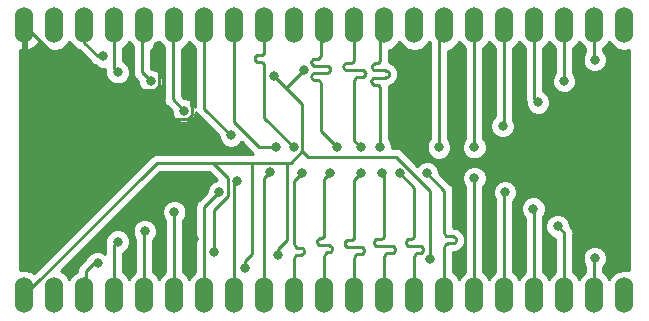
<source format=gbl>
G04 #@! TF.GenerationSoftware,KiCad,Pcbnew,(5.0.2)-1*
G04 #@! TF.CreationDate,2019-01-04T01:39:08+09:00*
G04 #@! TF.ProjectId,sdram,73647261-6d2e-46b6-9963-61645f706362,v1.0*
G04 #@! TF.SameCoordinates,Original*
G04 #@! TF.FileFunction,Copper,L2,Bot*
G04 #@! TF.FilePolarity,Positive*
%FSLAX46Y46*%
G04 Gerber Fmt 4.6, Leading zero omitted, Abs format (unit mm)*
G04 Created by KiCad (PCBNEW (5.0.2)-1) date 2019/01/04 1:39:08*
%MOMM*%
%LPD*%
G01*
G04 APERTURE LIST*
G04 #@! TA.AperFunction,ComponentPad*
%ADD10O,1.524000X3.048000*%
G04 #@! TD*
G04 #@! TA.AperFunction,ViaPad*
%ADD11C,0.800000*%
G04 #@! TD*
G04 #@! TA.AperFunction,Conductor*
%ADD12C,0.250000*%
G04 #@! TD*
G04 #@! TA.AperFunction,Conductor*
%ADD13C,0.254000*%
G04 #@! TD*
G04 APERTURE END LIST*
D10*
G04 #@! TO.P,J1,1*
G04 #@! TO.N,/VDD*
X118110000Y-53340000D03*
G04 #@! TO.P,J1,2*
G04 #@! TO.N,/DQ0*
X120650000Y-53340000D03*
G04 #@! TO.P,J1,3*
G04 #@! TO.N,/DQ1*
X123190000Y-53340000D03*
G04 #@! TO.P,J1,4*
G04 #@! TO.N,/DQ2*
X125730000Y-53340000D03*
G04 #@! TO.P,J1,5*
G04 #@! TO.N,/DQ3*
X128270000Y-53340000D03*
G04 #@! TO.P,J1,6*
G04 #@! TO.N,/DQ4*
X130810000Y-53340000D03*
G04 #@! TO.P,J1,7*
G04 #@! TO.N,/DQ5*
X133350000Y-53340000D03*
G04 #@! TO.P,J1,8*
G04 #@! TO.N,/DQ6*
X135890000Y-53340000D03*
G04 #@! TO.P,J1,9*
G04 #@! TO.N,/DQ7*
X138430000Y-53340000D03*
G04 #@! TO.P,J1,10*
G04 #@! TO.N,/DQML*
X140970000Y-53340000D03*
G04 #@! TO.P,J1,11*
G04 #@! TO.N,/WE*
X143510000Y-53340000D03*
G04 #@! TO.P,J1,12*
G04 #@! TO.N,/CAS*
X146050000Y-53340000D03*
G04 #@! TO.P,J1,13*
G04 #@! TO.N,/RAS*
X148590000Y-53340000D03*
G04 #@! TO.P,J1,14*
G04 #@! TO.N,/CS*
X151130000Y-53340000D03*
G04 #@! TO.P,J1,15*
G04 #@! TO.N,/BA0*
X153670000Y-53340000D03*
G04 #@! TO.P,J1,16*
G04 #@! TO.N,/BA1*
X156210000Y-53340000D03*
G04 #@! TO.P,J1,17*
G04 #@! TO.N,/A10*
X158750000Y-53340000D03*
G04 #@! TO.P,J1,18*
G04 #@! TO.N,/A0*
X161290000Y-53340000D03*
G04 #@! TO.P,J1,19*
G04 #@! TO.N,/A1*
X163830000Y-53340000D03*
G04 #@! TO.P,J1,20*
G04 #@! TO.N,/A2*
X166370000Y-53340000D03*
G04 #@! TO.P,J1,21*
G04 #@! TO.N,/A3*
X168910000Y-53340000D03*
G04 #@! TD*
G04 #@! TO.P,J2,21*
G04 #@! TO.N,GND*
X118110000Y-30480000D03*
G04 #@! TO.P,J2,20*
G04 #@! TO.N,/DQ15*
X120650000Y-30480000D03*
G04 #@! TO.P,J2,19*
G04 #@! TO.N,/DQ14*
X123190000Y-30480000D03*
G04 #@! TO.P,J2,18*
G04 #@! TO.N,/DQ13*
X125730000Y-30480000D03*
G04 #@! TO.P,J2,17*
G04 #@! TO.N,/DQ12*
X128270000Y-30480000D03*
G04 #@! TO.P,J2,16*
G04 #@! TO.N,/DQ11*
X130810000Y-30480000D03*
G04 #@! TO.P,J2,15*
G04 #@! TO.N,/DQ10*
X133350000Y-30480000D03*
G04 #@! TO.P,J2,14*
G04 #@! TO.N,/DQ9*
X135890000Y-30480000D03*
G04 #@! TO.P,J2,13*
G04 #@! TO.N,/DQ8*
X138430000Y-30480000D03*
G04 #@! TO.P,J2,12*
G04 #@! TO.N,N/C*
X140970000Y-30480000D03*
G04 #@! TO.P,J2,11*
G04 #@! TO.N,/DQMH*
X143510000Y-30480000D03*
G04 #@! TO.P,J2,10*
G04 #@! TO.N,/CLK*
X146050000Y-30480000D03*
G04 #@! TO.P,J2,9*
G04 #@! TO.N,/CKE*
X148590000Y-30480000D03*
G04 #@! TO.P,J2,8*
G04 #@! TO.N,N/C*
X151130000Y-30480000D03*
G04 #@! TO.P,J2,7*
G04 #@! TO.N,/A11*
X153670000Y-30480000D03*
G04 #@! TO.P,J2,6*
G04 #@! TO.N,/A9*
X156210000Y-30480000D03*
G04 #@! TO.P,J2,5*
G04 #@! TO.N,/A8*
X158750000Y-30480000D03*
G04 #@! TO.P,J2,4*
G04 #@! TO.N,/A7*
X161290000Y-30480000D03*
G04 #@! TO.P,J2,3*
G04 #@! TO.N,/A6*
X163830000Y-30480000D03*
G04 #@! TO.P,J2,2*
G04 #@! TO.N,/A5*
X166370000Y-30480000D03*
G04 #@! TO.P,J2,1*
G04 #@! TO.N,/A4*
X168910000Y-30480000D03*
G04 #@! TD*
D11*
G04 #@! TO.N,/VDD*
X141776400Y-34237400D03*
X152437400Y-50288600D03*
X139204700Y-34738100D03*
X136800000Y-51000000D03*
X134200000Y-49650000D03*
X139550000Y-49950000D03*
G04 #@! TO.N,GND*
X157408800Y-34442900D03*
X157480000Y-48940600D03*
X129439500Y-32222700D03*
X132200000Y-33800000D03*
X132450000Y-48550000D03*
X131800000Y-43700000D03*
X126200000Y-39400000D03*
X164190000Y-40040000D03*
X151200000Y-33300000D03*
G04 #@! TO.N,/DQ1*
X124300000Y-50600000D03*
G04 #@! TO.N,/DQ2*
X126000000Y-48800000D03*
G04 #@! TO.N,/DQ3*
X128300000Y-47900000D03*
G04 #@! TO.N,/DQ4*
X130787340Y-46287340D03*
G04 #@! TO.N,/DQ5*
X134600000Y-44600000D03*
G04 #@! TO.N,/DQ6*
X136100000Y-43700000D03*
G04 #@! TO.N,/DQ7*
X138900000Y-42900000D03*
G04 #@! TO.N,/DQML*
X141600000Y-43000000D03*
G04 #@! TO.N,/WE*
X144000000Y-43000000D03*
G04 #@! TO.N,/CAS*
X146600000Y-43000000D03*
G04 #@! TO.N,/RAS*
X148400000Y-43000000D03*
G04 #@! TO.N,/CS*
X149900000Y-43000000D03*
G04 #@! TO.N,/BA0*
X152200000Y-43000000D03*
G04 #@! TO.N,/BA1*
X156200000Y-43400000D03*
G04 #@! TO.N,/A10*
X158800000Y-44600000D03*
G04 #@! TO.N,/A0*
X161200000Y-46000000D03*
G04 #@! TO.N,/A1*
X163250000Y-47500000D03*
G04 #@! TO.N,/A2*
X166400000Y-50200000D03*
G04 #@! TO.N,/DQ14*
X124800000Y-33100000D03*
G04 #@! TO.N,/DQ13*
X126000000Y-34450000D03*
G04 #@! TO.N,/DQ12*
X128800000Y-35200000D03*
G04 #@! TO.N,/DQ11*
X131600000Y-37700000D03*
G04 #@! TO.N,/DQ10*
X135600000Y-39800000D03*
G04 #@! TO.N,/DQ9*
X139400000Y-40800000D03*
G04 #@! TO.N,/DQ8*
X140900000Y-40800000D03*
G04 #@! TO.N,/DQMH*
X144600000Y-40800000D03*
G04 #@! TO.N,/CLK*
X146600000Y-40800000D03*
G04 #@! TO.N,/CKE*
X148200000Y-40800000D03*
G04 #@! TO.N,/A11*
X153187000Y-40812700D03*
G04 #@! TO.N,/A9*
X156200000Y-40800000D03*
G04 #@! TO.N,/A8*
X158600000Y-39000000D03*
G04 #@! TO.N,/A7*
X161600000Y-37000000D03*
G04 #@! TO.N,/A6*
X163800000Y-35200000D03*
G04 #@! TO.N,/A5*
X166400000Y-33400000D03*
G04 #@! TD*
D12*
G04 #@! TO.N,/VDD*
X141625400Y-41148200D02*
X140635700Y-42137900D01*
X129312100Y-42137900D02*
X118110000Y-53340000D01*
X140241000Y-35772800D02*
X141776400Y-34237400D01*
X141625400Y-41148200D02*
X141625400Y-37157200D01*
X141625400Y-37157200D02*
X140241000Y-35772800D01*
X140241000Y-35772800D02*
X140239400Y-35772800D01*
X140239400Y-35772800D02*
X139204700Y-34738100D01*
X141625400Y-41148200D02*
X142092800Y-41615600D01*
X142092800Y-41615600D02*
X149550900Y-41615600D01*
X149550900Y-41615600D02*
X152437400Y-44502100D01*
X152437400Y-44502100D02*
X152437400Y-50288600D01*
X137400000Y-49834315D02*
X137400000Y-42137900D01*
X136800000Y-50434315D02*
X137400000Y-49834315D01*
X136800000Y-51000000D02*
X136800000Y-50434315D01*
X139636800Y-42137900D02*
X137400000Y-42137900D01*
X135325001Y-43412901D02*
X134050000Y-42137900D01*
X135325001Y-44948001D02*
X135325001Y-43412901D01*
X134200000Y-46073002D02*
X135325001Y-44948001D01*
X134200000Y-49650000D02*
X134200000Y-46073002D01*
X137400000Y-42137900D02*
X134050000Y-42137900D01*
X134050000Y-42137900D02*
X129312100Y-42137900D01*
X140300000Y-48634315D02*
X140300000Y-42137900D01*
X139550000Y-49384315D02*
X140300000Y-48634315D01*
X139550000Y-49950000D02*
X139550000Y-49384315D01*
X140635700Y-42137900D02*
X140300000Y-42137900D01*
X140300000Y-42137900D02*
X139636800Y-42137900D01*
G04 #@! TO.N,GND*
X157408800Y-34442900D02*
X157480000Y-34514100D01*
X118110000Y-30480000D02*
X123555400Y-35925400D01*
X129142500Y-35925400D02*
X129525400Y-35542500D01*
X129525400Y-35542500D02*
X129525400Y-32308600D01*
X129525400Y-32308600D02*
X129439500Y-32222700D01*
X129499601Y-38425001D02*
X127000000Y-35925400D01*
X132325001Y-38048001D02*
X131948001Y-38425001D01*
X132200000Y-37226998D02*
X132325001Y-37351999D01*
X132200000Y-33800000D02*
X132200000Y-37226998D01*
X123555400Y-35925400D02*
X127000000Y-35925400D01*
X131948001Y-38425001D02*
X129499601Y-38425001D01*
X132325001Y-37351999D02*
X132325001Y-38048001D01*
X127000000Y-35925400D02*
X129142500Y-35925400D01*
X132450000Y-48550000D02*
X132450000Y-44350000D01*
X132450000Y-44350000D02*
X131800000Y-43700000D01*
X126200000Y-36725400D02*
X127000000Y-35925400D01*
X126200000Y-39400000D02*
X126200000Y-36725400D01*
X162370000Y-41860000D02*
X164190000Y-40040000D01*
X157480000Y-41860000D02*
X162370000Y-41860000D01*
X157480000Y-41860000D02*
X157480000Y-48940600D01*
X157480000Y-34514100D02*
X157480000Y-41860000D01*
G04 #@! TO.N,/DQ0*
X120650000Y-53340000D02*
X120650000Y-52850000D01*
G04 #@! TO.N,/DQ1*
X123190000Y-53340000D02*
X123190000Y-52578000D01*
X123190000Y-52578000D02*
X123300000Y-52468000D01*
X123300000Y-52468000D02*
X123300000Y-51300000D01*
X123300000Y-51300000D02*
X124000000Y-50600000D01*
X124000000Y-50600000D02*
X124300000Y-50600000D01*
G04 #@! TO.N,/DQ2*
X125730000Y-53340000D02*
X125730000Y-49070000D01*
X125730000Y-49070000D02*
X126000000Y-48800000D01*
G04 #@! TO.N,/DQ3*
X128270000Y-53340000D02*
X128270000Y-47930000D01*
X128270000Y-47930000D02*
X128300000Y-47900000D01*
G04 #@! TO.N,/DQ4*
X130810000Y-46310000D02*
X130787340Y-46287340D01*
X130810000Y-53340000D02*
X130810000Y-46310000D01*
G04 #@! TO.N,/DQ5*
X133350000Y-53340000D02*
X133350000Y-45850000D01*
X133350000Y-45850000D02*
X134600000Y-44600000D01*
G04 #@! TO.N,/DQ6*
X135890000Y-53340000D02*
X135890000Y-43910000D01*
X135890000Y-43910000D02*
X136100000Y-43700000D01*
G04 #@! TO.N,/DQ7*
X138430000Y-53340000D02*
X138430000Y-43370000D01*
X138430000Y-43370000D02*
X138900000Y-42900000D01*
G04 #@! TO.N,/DQML*
X140970000Y-53340000D02*
X140970000Y-50200000D01*
X140970000Y-50200000D02*
X140978000Y-50133200D01*
X140978000Y-50133200D02*
X141000000Y-50069800D01*
X141000000Y-50069800D02*
X141035000Y-50013000D01*
X141035000Y-50013000D02*
X141083000Y-49965400D01*
X141083000Y-49965400D02*
X141140000Y-49929700D01*
X141140000Y-49929700D02*
X141203000Y-49907500D01*
X141203000Y-49907500D02*
X141270000Y-49900000D01*
X141270000Y-49900000D02*
X141480000Y-49900000D01*
X141480000Y-49900000D02*
X141547000Y-49892500D01*
X141547000Y-49892500D02*
X141610000Y-49870300D01*
X141610000Y-49870300D02*
X141667000Y-49834500D01*
X141667000Y-49834500D02*
X141714000Y-49787000D01*
X141714000Y-49787000D02*
X141750000Y-49730200D01*
X141750000Y-49730200D02*
X141772000Y-49666800D01*
X141772000Y-49666800D02*
X141780000Y-49600000D01*
X141780000Y-49600000D02*
X141772000Y-49533200D01*
X141772000Y-49533200D02*
X141750000Y-49469800D01*
X141750000Y-49469800D02*
X141714000Y-49413000D01*
X141714000Y-49413000D02*
X141667000Y-49365400D01*
X141667000Y-49365400D02*
X141610000Y-49329700D01*
X141610000Y-49329700D02*
X141547000Y-49307500D01*
X141547000Y-49307500D02*
X141480000Y-49300000D01*
X141480000Y-49300000D02*
X141270000Y-49300000D01*
X141270000Y-49300000D02*
X141203000Y-49292500D01*
X141203000Y-49292500D02*
X141140000Y-49270300D01*
X141140000Y-49270300D02*
X141083000Y-49234500D01*
X141083000Y-49234500D02*
X141035000Y-49187000D01*
X141035000Y-49187000D02*
X141000000Y-49130200D01*
X141000000Y-49130200D02*
X140978000Y-49066800D01*
X140978000Y-49066800D02*
X140970000Y-49000000D01*
X140970000Y-49000000D02*
X140970000Y-43630000D01*
X140970000Y-43630000D02*
X141600000Y-43000000D01*
G04 #@! TO.N,/WE*
X143510000Y-53340000D02*
X143510000Y-50000000D01*
X143510000Y-50000000D02*
X143518000Y-49933200D01*
X143518000Y-49933200D02*
X143540000Y-49869800D01*
X143540000Y-49869800D02*
X143575000Y-49813000D01*
X143575000Y-49813000D02*
X143623000Y-49765400D01*
X143623000Y-49765400D02*
X143680000Y-49729700D01*
X143680000Y-49729700D02*
X143743000Y-49707500D01*
X143743000Y-49707500D02*
X143810000Y-49700000D01*
X143810000Y-49700000D02*
X143860000Y-49700000D01*
X143860000Y-49700000D02*
X143927000Y-49692500D01*
X143927000Y-49692500D02*
X143990000Y-49670300D01*
X143990000Y-49670300D02*
X144047000Y-49634500D01*
X144047000Y-49634500D02*
X144095000Y-49587000D01*
X144095000Y-49587000D02*
X144130000Y-49530200D01*
X144130000Y-49530200D02*
X144152000Y-49466800D01*
X144152000Y-49466800D02*
X144160000Y-49400000D01*
X144160000Y-49400000D02*
X144152000Y-49333200D01*
X144152000Y-49333200D02*
X144130000Y-49269800D01*
X144130000Y-49269800D02*
X144095000Y-49213000D01*
X144095000Y-49213000D02*
X144047000Y-49165400D01*
X144047000Y-49165400D02*
X143990000Y-49129700D01*
X143990000Y-49129700D02*
X143927000Y-49107500D01*
X143927000Y-49107500D02*
X143860000Y-49100000D01*
X143860000Y-49100000D02*
X143160000Y-49100000D01*
X143160000Y-49100000D02*
X143093000Y-49092500D01*
X143093000Y-49092500D02*
X143030000Y-49070300D01*
X143030000Y-49070300D02*
X142973000Y-49034500D01*
X142973000Y-49034500D02*
X142925000Y-48987000D01*
X142925000Y-48987000D02*
X142890000Y-48930200D01*
X142890000Y-48930200D02*
X142868000Y-48866800D01*
X142868000Y-48866800D02*
X142860000Y-48800000D01*
X142860000Y-48800000D02*
X142868000Y-48733200D01*
X142868000Y-48733200D02*
X142890000Y-48669800D01*
X142890000Y-48669800D02*
X142925000Y-48613000D01*
X142925000Y-48613000D02*
X142973000Y-48565400D01*
X142973000Y-48565400D02*
X143030000Y-48529700D01*
X143030000Y-48529700D02*
X143093000Y-48507500D01*
X143093000Y-48507500D02*
X143160000Y-48500000D01*
X143160000Y-48500000D02*
X143210000Y-48500000D01*
X143210000Y-48500000D02*
X143277000Y-48492500D01*
X143277000Y-48492500D02*
X143340000Y-48470300D01*
X143340000Y-48470300D02*
X143397000Y-48434500D01*
X143397000Y-48434500D02*
X143445000Y-48387000D01*
X143445000Y-48387000D02*
X143480000Y-48330200D01*
X143480000Y-48330200D02*
X143502000Y-48266800D01*
X143502000Y-48266800D02*
X143510000Y-48200000D01*
X143510000Y-48200000D02*
X143510000Y-43490000D01*
X143510000Y-43490000D02*
X144000000Y-43000000D01*
G04 #@! TO.N,/CAS*
X146050000Y-53340000D02*
X146050000Y-50150000D01*
X146050000Y-50150000D02*
X146058000Y-50083200D01*
X146058000Y-50083200D02*
X146080000Y-50019800D01*
X146080000Y-50019800D02*
X146115000Y-49963000D01*
X146115000Y-49963000D02*
X146163000Y-49915400D01*
X146163000Y-49915400D02*
X146220000Y-49879700D01*
X146220000Y-49879700D02*
X146283000Y-49857500D01*
X146283000Y-49857500D02*
X146350000Y-49850000D01*
X146350000Y-49850000D02*
X146580000Y-49850000D01*
X146580000Y-49850000D02*
X146647000Y-49842500D01*
X146647000Y-49842500D02*
X146710000Y-49820300D01*
X146710000Y-49820300D02*
X146767000Y-49784500D01*
X146767000Y-49784500D02*
X146815000Y-49737000D01*
X146815000Y-49737000D02*
X146850000Y-49680200D01*
X146850000Y-49680200D02*
X146873000Y-49616800D01*
X146873000Y-49616800D02*
X146880000Y-49550000D01*
X146880000Y-49550000D02*
X146873000Y-49483200D01*
X146873000Y-49483200D02*
X146850000Y-49419800D01*
X146850000Y-49419800D02*
X146815000Y-49363000D01*
X146815000Y-49363000D02*
X146767000Y-49315400D01*
X146767000Y-49315400D02*
X146710000Y-49279700D01*
X146710000Y-49279700D02*
X146647000Y-49257500D01*
X146647000Y-49257500D02*
X146580000Y-49250000D01*
X146580000Y-49250000D02*
X145520000Y-49250000D01*
X145520000Y-49250000D02*
X145453000Y-49242500D01*
X145453000Y-49242500D02*
X145390000Y-49220300D01*
X145390000Y-49220300D02*
X145333000Y-49184500D01*
X145333000Y-49184500D02*
X145285000Y-49137000D01*
X145285000Y-49137000D02*
X145250000Y-49080200D01*
X145250000Y-49080200D02*
X145227000Y-49016800D01*
X145227000Y-49016800D02*
X145220000Y-48950000D01*
X145220000Y-48950000D02*
X145227000Y-48883200D01*
X145227000Y-48883200D02*
X145250000Y-48819800D01*
X145250000Y-48819800D02*
X145285000Y-48763000D01*
X145285000Y-48763000D02*
X145333000Y-48715400D01*
X145333000Y-48715400D02*
X145390000Y-48679700D01*
X145390000Y-48679700D02*
X145453000Y-48657500D01*
X145453000Y-48657500D02*
X145520000Y-48650000D01*
X145520000Y-48650000D02*
X145750000Y-48650000D01*
X145750000Y-48650000D02*
X145817000Y-48642500D01*
X145817000Y-48642500D02*
X145880000Y-48620300D01*
X145880000Y-48620300D02*
X145937000Y-48584500D01*
X145937000Y-48584500D02*
X145985000Y-48537000D01*
X145985000Y-48537000D02*
X146020000Y-48480200D01*
X146020000Y-48480200D02*
X146042000Y-48416800D01*
X146042000Y-48416800D02*
X146050000Y-48350000D01*
X146050000Y-48350000D02*
X146050000Y-43550000D01*
X146050000Y-43550000D02*
X146600000Y-43000000D01*
G04 #@! TO.N,/RAS*
X148590000Y-53340000D02*
X148590000Y-50050000D01*
X148590000Y-50050000D02*
X148598000Y-49983200D01*
X148598000Y-49983200D02*
X148620000Y-49919800D01*
X148620000Y-49919800D02*
X148655000Y-49863000D01*
X148655000Y-49863000D02*
X148703000Y-49815400D01*
X148703000Y-49815400D02*
X148760000Y-49779700D01*
X148760000Y-49779700D02*
X148823000Y-49757500D01*
X148823000Y-49757500D02*
X148890000Y-49750000D01*
X148890000Y-49750000D02*
X149199000Y-49750000D01*
X149199000Y-49750000D02*
X149266000Y-49742500D01*
X149266000Y-49742500D02*
X149329000Y-49720300D01*
X149329000Y-49720300D02*
X149386000Y-49684500D01*
X149386000Y-49684500D02*
X149433000Y-49637000D01*
X149433000Y-49637000D02*
X149469000Y-49580200D01*
X149469000Y-49580200D02*
X149491000Y-49516800D01*
X149491000Y-49516800D02*
X149499000Y-49450000D01*
X149499000Y-49450000D02*
X149491000Y-49383200D01*
X149491000Y-49383200D02*
X149469000Y-49319800D01*
X149469000Y-49319800D02*
X149433000Y-49263000D01*
X149433000Y-49263000D02*
X149386000Y-49215400D01*
X149386000Y-49215400D02*
X149329000Y-49179700D01*
X149329000Y-49179700D02*
X149266000Y-49157500D01*
X149266000Y-49157500D02*
X149199000Y-49150000D01*
X149199000Y-49150000D02*
X147981000Y-49150000D01*
X147981000Y-49150000D02*
X147914000Y-49142500D01*
X147914000Y-49142500D02*
X147851000Y-49120300D01*
X147851000Y-49120300D02*
X147794000Y-49084500D01*
X147794000Y-49084500D02*
X147747000Y-49037000D01*
X147747000Y-49037000D02*
X147711000Y-48980200D01*
X147711000Y-48980200D02*
X147689000Y-48916800D01*
X147689000Y-48916800D02*
X147681000Y-48850000D01*
X147681000Y-48850000D02*
X147689000Y-48783200D01*
X147689000Y-48783200D02*
X147711000Y-48719800D01*
X147711000Y-48719800D02*
X147747000Y-48663000D01*
X147747000Y-48663000D02*
X147794000Y-48615400D01*
X147794000Y-48615400D02*
X147851000Y-48579700D01*
X147851000Y-48579700D02*
X147914000Y-48557500D01*
X147914000Y-48557500D02*
X147981000Y-48550000D01*
X147981000Y-48550000D02*
X148290000Y-48550000D01*
X148290000Y-48550000D02*
X148357000Y-48542500D01*
X148357000Y-48542500D02*
X148420000Y-48520300D01*
X148420000Y-48520300D02*
X148477000Y-48484500D01*
X148477000Y-48484500D02*
X148525000Y-48437000D01*
X148525000Y-48437000D02*
X148560000Y-48380200D01*
X148560000Y-48380200D02*
X148582000Y-48316800D01*
X148582000Y-48316800D02*
X148590000Y-48250000D01*
X148590000Y-48250000D02*
X148590000Y-43190000D01*
X148590000Y-43190000D02*
X148400000Y-43000000D01*
G04 #@! TO.N,/CS*
X151130000Y-53340000D02*
X151130000Y-50050000D01*
X151130000Y-50050000D02*
X151138000Y-49983200D01*
X151138000Y-49983200D02*
X151160000Y-49919800D01*
X151160000Y-49919800D02*
X151195000Y-49863000D01*
X151195000Y-49863000D02*
X151243000Y-49815400D01*
X151243000Y-49815400D02*
X151300000Y-49779700D01*
X151300000Y-49779700D02*
X151363000Y-49757500D01*
X151363000Y-49757500D02*
X151430000Y-49750000D01*
X151430000Y-49750000D02*
X151559000Y-49750000D01*
X151559000Y-49750000D02*
X151625000Y-49742500D01*
X151625000Y-49742500D02*
X151689000Y-49720300D01*
X151689000Y-49720300D02*
X151746000Y-49684500D01*
X151746000Y-49684500D02*
X151793000Y-49637000D01*
X151793000Y-49637000D02*
X151829000Y-49580200D01*
X151829000Y-49580200D02*
X151851000Y-49516800D01*
X151851000Y-49516800D02*
X151859000Y-49450000D01*
X151859000Y-49450000D02*
X151851000Y-49383200D01*
X151851000Y-49383200D02*
X151829000Y-49319800D01*
X151829000Y-49319800D02*
X151793000Y-49263000D01*
X151793000Y-49263000D02*
X151746000Y-49215400D01*
X151746000Y-49215400D02*
X151689000Y-49179700D01*
X151689000Y-49179700D02*
X151625000Y-49157500D01*
X151625000Y-49157500D02*
X151559000Y-49150000D01*
X151559000Y-49150000D02*
X150701000Y-49150000D01*
X150701000Y-49150000D02*
X150635000Y-49142500D01*
X150635000Y-49142500D02*
X150571000Y-49120300D01*
X150571000Y-49120300D02*
X150514000Y-49084500D01*
X150514000Y-49084500D02*
X150467000Y-49037000D01*
X150467000Y-49037000D02*
X150431000Y-48980200D01*
X150431000Y-48980200D02*
X150409000Y-48916800D01*
X150409000Y-48916800D02*
X150401000Y-48850000D01*
X150401000Y-48850000D02*
X150409000Y-48783200D01*
X150409000Y-48783200D02*
X150431000Y-48719800D01*
X150431000Y-48719800D02*
X150467000Y-48663000D01*
X150467000Y-48663000D02*
X150514000Y-48615400D01*
X150514000Y-48615400D02*
X150571000Y-48579700D01*
X150571000Y-48579700D02*
X150635000Y-48557500D01*
X150635000Y-48557500D02*
X150701000Y-48550000D01*
X150701000Y-48550000D02*
X150830000Y-48550000D01*
X150830000Y-48550000D02*
X150897000Y-48542500D01*
X150897000Y-48542500D02*
X150960000Y-48520300D01*
X150960000Y-48520300D02*
X151017000Y-48484500D01*
X151017000Y-48484500D02*
X151065000Y-48437000D01*
X151065000Y-48437000D02*
X151100000Y-48380200D01*
X151100000Y-48380200D02*
X151122000Y-48316800D01*
X151122000Y-48316800D02*
X151130000Y-48250000D01*
X151130000Y-48250000D02*
X151130000Y-44230000D01*
X151130000Y-44230000D02*
X149900000Y-43000000D01*
G04 #@! TO.N,/BA0*
X153670000Y-53340000D02*
X153670000Y-49250000D01*
X153670000Y-49250000D02*
X153678000Y-49183200D01*
X153678000Y-49183200D02*
X153700000Y-49119800D01*
X153700000Y-49119800D02*
X153735000Y-49063000D01*
X153735000Y-49063000D02*
X153783000Y-49015400D01*
X153783000Y-49015400D02*
X153840000Y-48979700D01*
X153840000Y-48979700D02*
X153903000Y-48957500D01*
X153903000Y-48957500D02*
X153970000Y-48950000D01*
X153970000Y-48950000D02*
X154337000Y-48950000D01*
X154337000Y-48950000D02*
X154404000Y-48942500D01*
X154404000Y-48942500D02*
X154467000Y-48920300D01*
X154467000Y-48920300D02*
X154524000Y-48884500D01*
X154524000Y-48884500D02*
X154572000Y-48837000D01*
X154572000Y-48837000D02*
X154608000Y-48780200D01*
X154608000Y-48780200D02*
X154630000Y-48716800D01*
X154630000Y-48716800D02*
X154637000Y-48650000D01*
X154637000Y-48650000D02*
X154630000Y-48583200D01*
X154630000Y-48583200D02*
X154608000Y-48519800D01*
X154608000Y-48519800D02*
X154572000Y-48463000D01*
X154572000Y-48463000D02*
X154524000Y-48415400D01*
X154524000Y-48415400D02*
X154467000Y-48379700D01*
X154467000Y-48379700D02*
X154404000Y-48357500D01*
X154404000Y-48357500D02*
X154337000Y-48350000D01*
X154337000Y-48350000D02*
X153970000Y-48350000D01*
X153970000Y-48350000D02*
X153903000Y-48342500D01*
X153903000Y-48342500D02*
X153840000Y-48320300D01*
X153840000Y-48320300D02*
X153783000Y-48284500D01*
X153783000Y-48284500D02*
X153735000Y-48237000D01*
X153735000Y-48237000D02*
X153700000Y-48180200D01*
X153700000Y-48180200D02*
X153678000Y-48116800D01*
X153678000Y-48116800D02*
X153670000Y-48050000D01*
X153670000Y-48050000D02*
X153670000Y-44470000D01*
X153670000Y-44470000D02*
X152200000Y-43000000D01*
G04 #@! TO.N,/BA1*
X156210000Y-53340000D02*
X156210000Y-43410000D01*
X156210000Y-43410000D02*
X156200000Y-43400000D01*
G04 #@! TO.N,/A10*
X158750000Y-53340000D02*
X158750000Y-44650000D01*
X158750000Y-44650000D02*
X158800000Y-44600000D01*
G04 #@! TO.N,/A0*
X161290000Y-53340000D02*
X161290000Y-46090000D01*
X161290000Y-46090000D02*
X161200000Y-46000000D01*
G04 #@! TO.N,/A1*
X163830000Y-53340000D02*
X163830000Y-48080000D01*
X163830000Y-48080000D02*
X163250000Y-47500000D01*
G04 #@! TO.N,/A2*
X166370000Y-53340000D02*
X166370000Y-50230000D01*
X166370000Y-50230000D02*
X166400000Y-50200000D01*
G04 #@! TO.N,/DQ15*
X120800000Y-30630000D02*
X120650000Y-30480000D01*
G04 #@! TO.N,/DQ14*
X123190000Y-30480000D02*
X123190000Y-31990000D01*
X123190000Y-31990000D02*
X124300000Y-33100000D01*
X124300000Y-33100000D02*
X124800000Y-33100000D01*
G04 #@! TO.N,/DQ13*
X125730000Y-30480000D02*
X125730000Y-34180000D01*
X125730000Y-34180000D02*
X126000000Y-34450000D01*
G04 #@! TO.N,/DQ12*
X128270000Y-30480000D02*
X128050000Y-30700000D01*
X128050000Y-30700000D02*
X128050000Y-34450000D01*
X128050000Y-34450000D02*
X128800000Y-35200000D01*
G04 #@! TO.N,/DQ11*
X130810000Y-30480000D02*
X130650000Y-30640000D01*
X130650000Y-30640000D02*
X130650000Y-36750000D01*
X130650000Y-36750000D02*
X131600000Y-37700000D01*
G04 #@! TO.N,/DQ10*
X133350000Y-30480000D02*
X133350000Y-37550000D01*
X133350000Y-37550000D02*
X135600000Y-39800000D01*
G04 #@! TO.N,/DQ9*
X135890000Y-30480000D02*
X135890000Y-38690000D01*
X135890000Y-38690000D02*
X138000000Y-40800000D01*
X138000000Y-40800000D02*
X139400000Y-40800000D01*
G04 #@! TO.N,/DQ8*
X138430000Y-30480000D02*
X138430000Y-32700000D01*
X138430000Y-32700000D02*
X138422000Y-32766800D01*
X138422000Y-32766800D02*
X138400000Y-32830200D01*
X138400000Y-32830200D02*
X138365000Y-32887000D01*
X138365000Y-32887000D02*
X138317000Y-32934500D01*
X138317000Y-32934500D02*
X138260000Y-32970300D01*
X138260000Y-32970300D02*
X138197000Y-32992500D01*
X138197000Y-32992500D02*
X138130000Y-33000000D01*
X138130000Y-33000000D02*
X137905000Y-33000000D01*
X137905000Y-33000000D02*
X137838000Y-33007500D01*
X137838000Y-33007500D02*
X137775000Y-33029700D01*
X137775000Y-33029700D02*
X137718000Y-33065400D01*
X137718000Y-33065400D02*
X137670000Y-33113000D01*
X137670000Y-33113000D02*
X137634000Y-33169800D01*
X137634000Y-33169800D02*
X137612000Y-33233200D01*
X137612000Y-33233200D02*
X137605000Y-33300000D01*
X137605000Y-33300000D02*
X137612000Y-33366800D01*
X137612000Y-33366800D02*
X137634000Y-33430200D01*
X137634000Y-33430200D02*
X137670000Y-33487000D01*
X137670000Y-33487000D02*
X137718000Y-33534500D01*
X137718000Y-33534500D02*
X137775000Y-33570300D01*
X137775000Y-33570300D02*
X137838000Y-33592500D01*
X137838000Y-33592500D02*
X137905000Y-33600000D01*
X137905000Y-33600000D02*
X138130000Y-33600000D01*
X138130000Y-33600000D02*
X138197000Y-33607500D01*
X138197000Y-33607500D02*
X138260000Y-33629700D01*
X138260000Y-33629700D02*
X138317000Y-33665400D01*
X138317000Y-33665400D02*
X138365000Y-33713000D01*
X138365000Y-33713000D02*
X138400000Y-33769800D01*
X138400000Y-33769800D02*
X138422000Y-33833200D01*
X138422000Y-33833200D02*
X138430000Y-33900000D01*
X138430000Y-33900000D02*
X138430000Y-38330000D01*
X138430000Y-38330000D02*
X140900000Y-40800000D01*
G04 #@! TO.N,/DQMH*
X143200000Y-32200000D02*
X143200000Y-33000000D01*
X143200000Y-33000000D02*
X143192000Y-33066800D01*
X143192000Y-33066800D02*
X143170000Y-33130200D01*
X143170000Y-33130200D02*
X143135000Y-33187000D01*
X143135000Y-33187000D02*
X143087000Y-33234500D01*
X143087000Y-33234500D02*
X143030000Y-33270300D01*
X143030000Y-33270300D02*
X142967000Y-33292500D01*
X142967000Y-33292500D02*
X142900000Y-33300000D01*
X142900000Y-33300000D02*
X142688000Y-33300000D01*
X142688000Y-33300000D02*
X142621000Y-33307500D01*
X142621000Y-33307500D02*
X142558000Y-33329700D01*
X142558000Y-33329700D02*
X142501000Y-33365400D01*
X142501000Y-33365400D02*
X142454000Y-33413000D01*
X142454000Y-33413000D02*
X142418000Y-33469800D01*
X142418000Y-33469800D02*
X142396000Y-33533200D01*
X142396000Y-33533200D02*
X142388000Y-33600000D01*
X142388000Y-33600000D02*
X142396000Y-33666800D01*
X142396000Y-33666800D02*
X142418000Y-33730200D01*
X142418000Y-33730200D02*
X142454000Y-33787000D01*
X142454000Y-33787000D02*
X142501000Y-33834500D01*
X142501000Y-33834500D02*
X142558000Y-33870300D01*
X142558000Y-33870300D02*
X142621000Y-33892500D01*
X142621000Y-33892500D02*
X142688000Y-33900000D01*
X142688000Y-33900000D02*
X143712000Y-33900000D01*
X143712000Y-33900000D02*
X143779000Y-33907500D01*
X143779000Y-33907500D02*
X143842000Y-33929700D01*
X143842000Y-33929700D02*
X143899000Y-33965400D01*
X143899000Y-33965400D02*
X143946000Y-34013000D01*
X143946000Y-34013000D02*
X143982000Y-34069800D01*
X143982000Y-34069800D02*
X144004000Y-34133200D01*
X144004000Y-34133200D02*
X144012000Y-34200000D01*
X144012000Y-34200000D02*
X144004000Y-34266800D01*
X144004000Y-34266800D02*
X143982000Y-34330200D01*
X143982000Y-34330200D02*
X143946000Y-34387000D01*
X143946000Y-34387000D02*
X143899000Y-34434500D01*
X143899000Y-34434500D02*
X143842000Y-34470300D01*
X143842000Y-34470300D02*
X143779000Y-34492500D01*
X143779000Y-34492500D02*
X143712000Y-34500000D01*
X143712000Y-34500000D02*
X142688000Y-34500000D01*
X142688000Y-34500000D02*
X142621000Y-34507500D01*
X142621000Y-34507500D02*
X142558000Y-34529700D01*
X142558000Y-34529700D02*
X142501000Y-34565400D01*
X142501000Y-34565400D02*
X142454000Y-34613000D01*
X142454000Y-34613000D02*
X142418000Y-34669800D01*
X142418000Y-34669800D02*
X142396000Y-34733200D01*
X142396000Y-34733200D02*
X142388000Y-34800000D01*
X142388000Y-34800000D02*
X142396000Y-34866800D01*
X142396000Y-34866800D02*
X142418000Y-34930200D01*
X142418000Y-34930200D02*
X142454000Y-34987000D01*
X142454000Y-34987000D02*
X142501000Y-35034500D01*
X142501000Y-35034500D02*
X142558000Y-35070300D01*
X142558000Y-35070300D02*
X142621000Y-35092500D01*
X142621000Y-35092500D02*
X142688000Y-35100000D01*
X142688000Y-35100000D02*
X142900000Y-35100000D01*
X142900000Y-35100000D02*
X142967000Y-35107500D01*
X142967000Y-35107500D02*
X143030000Y-35129700D01*
X143030000Y-35129700D02*
X143087000Y-35165400D01*
X143087000Y-35165400D02*
X143135000Y-35213000D01*
X143135000Y-35213000D02*
X143170000Y-35269800D01*
X143170000Y-35269800D02*
X143192000Y-35333200D01*
X143192000Y-35333200D02*
X143200000Y-35400000D01*
X143200000Y-35400000D02*
X143200000Y-39400000D01*
X143200000Y-39400000D02*
X144600000Y-40800000D01*
X143200000Y-32200000D02*
X143192000Y-32266800D01*
X143510000Y-30480000D02*
X143200000Y-30790000D01*
X143200000Y-30790000D02*
X143200000Y-32200000D01*
G04 #@! TO.N,/CLK*
X146050000Y-30480000D02*
X146050000Y-33350000D01*
X146050000Y-33350000D02*
X146042000Y-33416800D01*
X146042000Y-33416800D02*
X146020000Y-33480200D01*
X146020000Y-33480200D02*
X145985000Y-33537000D01*
X145985000Y-33537000D02*
X145937000Y-33584500D01*
X145937000Y-33584500D02*
X145880000Y-33620300D01*
X145880000Y-33620300D02*
X145817000Y-33642500D01*
X145817000Y-33642500D02*
X145750000Y-33650000D01*
X145750000Y-33650000D02*
X145415000Y-33650000D01*
X145415000Y-33650000D02*
X145348000Y-33657500D01*
X145348000Y-33657500D02*
X145285000Y-33679700D01*
X145285000Y-33679700D02*
X145228000Y-33715400D01*
X145228000Y-33715400D02*
X145180000Y-33763000D01*
X145180000Y-33763000D02*
X145145000Y-33819800D01*
X145145000Y-33819800D02*
X145122000Y-33883200D01*
X145122000Y-33883200D02*
X145115000Y-33950000D01*
X145115000Y-33950000D02*
X145122000Y-34016800D01*
X145122000Y-34016800D02*
X145145000Y-34080200D01*
X145145000Y-34080200D02*
X145180000Y-34137000D01*
X145180000Y-34137000D02*
X145228000Y-34184500D01*
X145228000Y-34184500D02*
X145285000Y-34220300D01*
X145285000Y-34220300D02*
X145348000Y-34242500D01*
X145348000Y-34242500D02*
X145415000Y-34250000D01*
X145415000Y-34250000D02*
X146685000Y-34250000D01*
X146685000Y-34250000D02*
X146752000Y-34257500D01*
X146752000Y-34257500D02*
X146815000Y-34279700D01*
X146815000Y-34279700D02*
X146872000Y-34315400D01*
X146872000Y-34315400D02*
X146920000Y-34363000D01*
X146920000Y-34363000D02*
X146955000Y-34419800D01*
X146955000Y-34419800D02*
X146978000Y-34483200D01*
X146978000Y-34483200D02*
X146985000Y-34550000D01*
X146985000Y-34550000D02*
X146978000Y-34616800D01*
X146978000Y-34616800D02*
X146955000Y-34680200D01*
X146955000Y-34680200D02*
X146920000Y-34737000D01*
X146920000Y-34737000D02*
X146872000Y-34784500D01*
X146872000Y-34784500D02*
X146815000Y-34820300D01*
X146815000Y-34820300D02*
X146752000Y-34842500D01*
X146752000Y-34842500D02*
X146685000Y-34850000D01*
X146685000Y-34850000D02*
X146350000Y-34850000D01*
X146350000Y-34850000D02*
X146283000Y-34857500D01*
X146283000Y-34857500D02*
X146220000Y-34879700D01*
X146220000Y-34879700D02*
X146163000Y-34915400D01*
X146163000Y-34915400D02*
X146115000Y-34963000D01*
X146115000Y-34963000D02*
X146080000Y-35019800D01*
X146080000Y-35019800D02*
X146058000Y-35083200D01*
X146058000Y-35083200D02*
X146050000Y-35150000D01*
X146050000Y-35150000D02*
X146050000Y-40250000D01*
X146050000Y-40250000D02*
X146600000Y-40800000D01*
G04 #@! TO.N,/CKE*
X148590000Y-30480000D02*
X148200000Y-30870000D01*
X148200000Y-30870000D02*
X148200000Y-33400000D01*
X148200000Y-33400000D02*
X148192000Y-33466800D01*
X148192000Y-33466800D02*
X148170000Y-33530200D01*
X148170000Y-33530200D02*
X148135000Y-33587000D01*
X148135000Y-33587000D02*
X148087000Y-33634500D01*
X148087000Y-33634500D02*
X148030000Y-33670300D01*
X148030000Y-33670300D02*
X147967000Y-33692500D01*
X147967000Y-33692500D02*
X147900000Y-33700000D01*
X147900000Y-33700000D02*
X147831000Y-33700000D01*
X147831000Y-33700000D02*
X147764000Y-33707500D01*
X147764000Y-33707500D02*
X147701000Y-33729700D01*
X147701000Y-33729700D02*
X147644000Y-33765400D01*
X147644000Y-33765400D02*
X147596000Y-33813000D01*
X147596000Y-33813000D02*
X147561000Y-33869800D01*
X147561000Y-33869800D02*
X147538000Y-33933200D01*
X147538000Y-33933200D02*
X147531000Y-34000000D01*
X147531000Y-34000000D02*
X147538000Y-34066800D01*
X147538000Y-34066800D02*
X147561000Y-34130200D01*
X147561000Y-34130200D02*
X147596000Y-34187000D01*
X147596000Y-34187000D02*
X147644000Y-34234500D01*
X147644000Y-34234500D02*
X147701000Y-34270300D01*
X147701000Y-34270300D02*
X147764000Y-34292500D01*
X147764000Y-34292500D02*
X147831000Y-34300000D01*
X147831000Y-34300000D02*
X148669000Y-34300000D01*
X148669000Y-34300000D02*
X148736000Y-34307500D01*
X148736000Y-34307500D02*
X148799000Y-34329700D01*
X148799000Y-34329700D02*
X148856000Y-34365400D01*
X148856000Y-34365400D02*
X148904000Y-34413000D01*
X148904000Y-34413000D02*
X148939000Y-34469800D01*
X148939000Y-34469800D02*
X148962000Y-34533200D01*
X148962000Y-34533200D02*
X148969000Y-34600000D01*
X148969000Y-34600000D02*
X148962000Y-34666800D01*
X148962000Y-34666800D02*
X148939000Y-34730200D01*
X148939000Y-34730200D02*
X148904000Y-34787000D01*
X148904000Y-34787000D02*
X148856000Y-34834500D01*
X148856000Y-34834500D02*
X148799000Y-34870300D01*
X148799000Y-34870300D02*
X148736000Y-34892500D01*
X148736000Y-34892500D02*
X148669000Y-34900000D01*
X148669000Y-34900000D02*
X147781000Y-34900000D01*
X147781000Y-34900000D02*
X147714000Y-34907500D01*
X147714000Y-34907500D02*
X147651000Y-34929700D01*
X147651000Y-34929700D02*
X147594000Y-34965400D01*
X147594000Y-34965400D02*
X147546000Y-35013000D01*
X147546000Y-35013000D02*
X147511000Y-35069800D01*
X147511000Y-35069800D02*
X147488000Y-35133200D01*
X147488000Y-35133200D02*
X147481000Y-35200000D01*
X147481000Y-35200000D02*
X147488000Y-35266800D01*
X147488000Y-35266800D02*
X147511000Y-35330200D01*
X147511000Y-35330200D02*
X147546000Y-35387000D01*
X147546000Y-35387000D02*
X147594000Y-35434500D01*
X147594000Y-35434500D02*
X147651000Y-35470300D01*
X147651000Y-35470300D02*
X147714000Y-35492500D01*
X147714000Y-35492500D02*
X147781000Y-35500000D01*
X147781000Y-35500000D02*
X147900000Y-35500000D01*
X147900000Y-35500000D02*
X147967000Y-35507500D01*
X147967000Y-35507500D02*
X148030000Y-35529700D01*
X148030000Y-35529700D02*
X148087000Y-35565400D01*
X148087000Y-35565400D02*
X148135000Y-35613000D01*
X148135000Y-35613000D02*
X148170000Y-35669800D01*
X148170000Y-35669800D02*
X148192000Y-35733200D01*
X148192000Y-35733200D02*
X148200000Y-35800000D01*
X148200000Y-35800000D02*
X148200000Y-40800000D01*
G04 #@! TO.N,/A11*
X153187000Y-40812700D02*
X153187000Y-30962700D01*
X153187000Y-30962700D02*
X153670000Y-30480000D01*
G04 #@! TO.N,/A9*
X156210000Y-30480000D02*
X156210000Y-40790000D01*
X156210000Y-40790000D02*
X156200000Y-40800000D01*
G04 #@! TO.N,/A8*
X158750000Y-30480000D02*
X158750000Y-38850000D01*
X158750000Y-38850000D02*
X158600000Y-39000000D01*
G04 #@! TO.N,/A7*
X161290000Y-30480000D02*
X161290000Y-36690000D01*
X161290000Y-36690000D02*
X161600000Y-37000000D01*
G04 #@! TO.N,/A6*
X163830000Y-30480000D02*
X163830000Y-35170000D01*
X163830000Y-35170000D02*
X163800000Y-35200000D01*
G04 #@! TO.N,/A5*
X166370000Y-30480000D02*
X166370000Y-33370000D01*
X166370000Y-33370000D02*
X166400000Y-33400000D01*
G04 #@! TD*
D13*
G04 #@! TO.N,GND*
G36*
X134402298Y-43565000D02*
X134394126Y-43565000D01*
X134013720Y-43722569D01*
X133722569Y-44013720D01*
X133565000Y-44394126D01*
X133565000Y-44560198D01*
X132865528Y-45259671D01*
X132802072Y-45302071D01*
X132759672Y-45365527D01*
X132759671Y-45365528D01*
X132634097Y-45553463D01*
X132575112Y-45850000D01*
X132590001Y-45924852D01*
X132590000Y-51405660D01*
X132342821Y-51570820D01*
X132080001Y-51964159D01*
X131817180Y-51570820D01*
X131570000Y-51405660D01*
X131570000Y-46968391D01*
X131664771Y-46873620D01*
X131822340Y-46493214D01*
X131822340Y-46081466D01*
X131664771Y-45701060D01*
X131373620Y-45409909D01*
X130993214Y-45252340D01*
X130581466Y-45252340D01*
X130201060Y-45409909D01*
X129909909Y-45701060D01*
X129752340Y-46081466D01*
X129752340Y-46493214D01*
X129909909Y-46873620D01*
X130050001Y-47013712D01*
X130050000Y-51405660D01*
X129802821Y-51570820D01*
X129540001Y-51964159D01*
X129277180Y-51570820D01*
X129030000Y-51405660D01*
X129030000Y-48633711D01*
X129177431Y-48486280D01*
X129335000Y-48105874D01*
X129335000Y-47694126D01*
X129177431Y-47313720D01*
X128886280Y-47022569D01*
X128505874Y-46865000D01*
X128094126Y-46865000D01*
X127713720Y-47022569D01*
X127422569Y-47313720D01*
X127265000Y-47694126D01*
X127265000Y-48105874D01*
X127422569Y-48486280D01*
X127510001Y-48573712D01*
X127510000Y-51405660D01*
X127262821Y-51570820D01*
X127000001Y-51964159D01*
X126737180Y-51570820D01*
X126490000Y-51405660D01*
X126490000Y-49717311D01*
X126586280Y-49677431D01*
X126877431Y-49386280D01*
X127035000Y-49005874D01*
X127035000Y-48594126D01*
X126877431Y-48213720D01*
X126586280Y-47922569D01*
X126205874Y-47765000D01*
X125794126Y-47765000D01*
X125413720Y-47922569D01*
X125122569Y-48213720D01*
X124965000Y-48594126D01*
X124965000Y-49005874D01*
X124966937Y-49010551D01*
X124955112Y-49070000D01*
X124970001Y-49144852D01*
X124970001Y-49806290D01*
X124886280Y-49722569D01*
X124505874Y-49565000D01*
X124094126Y-49565000D01*
X123713720Y-49722569D01*
X123422569Y-50013720D01*
X123359701Y-50165496D01*
X122815527Y-50709672D01*
X122752072Y-50752071D01*
X122709672Y-50815527D01*
X122709671Y-50815528D01*
X122584097Y-51003463D01*
X122525112Y-51300000D01*
X122532505Y-51337168D01*
X122182821Y-51570820D01*
X121920001Y-51964159D01*
X121657180Y-51570820D01*
X121235643Y-51289158D01*
X129626902Y-42897900D01*
X133735199Y-42897900D01*
X134402298Y-43565000D01*
X134402298Y-43565000D01*
G37*
X134402298Y-43565000D02*
X134394126Y-43565000D01*
X134013720Y-43722569D01*
X133722569Y-44013720D01*
X133565000Y-44394126D01*
X133565000Y-44560198D01*
X132865528Y-45259671D01*
X132802072Y-45302071D01*
X132759672Y-45365527D01*
X132759671Y-45365528D01*
X132634097Y-45553463D01*
X132575112Y-45850000D01*
X132590001Y-45924852D01*
X132590000Y-51405660D01*
X132342821Y-51570820D01*
X132080001Y-51964159D01*
X131817180Y-51570820D01*
X131570000Y-51405660D01*
X131570000Y-46968391D01*
X131664771Y-46873620D01*
X131822340Y-46493214D01*
X131822340Y-46081466D01*
X131664771Y-45701060D01*
X131373620Y-45409909D01*
X130993214Y-45252340D01*
X130581466Y-45252340D01*
X130201060Y-45409909D01*
X129909909Y-45701060D01*
X129752340Y-46081466D01*
X129752340Y-46493214D01*
X129909909Y-46873620D01*
X130050001Y-47013712D01*
X130050000Y-51405660D01*
X129802821Y-51570820D01*
X129540001Y-51964159D01*
X129277180Y-51570820D01*
X129030000Y-51405660D01*
X129030000Y-48633711D01*
X129177431Y-48486280D01*
X129335000Y-48105874D01*
X129335000Y-47694126D01*
X129177431Y-47313720D01*
X128886280Y-47022569D01*
X128505874Y-46865000D01*
X128094126Y-46865000D01*
X127713720Y-47022569D01*
X127422569Y-47313720D01*
X127265000Y-47694126D01*
X127265000Y-48105874D01*
X127422569Y-48486280D01*
X127510001Y-48573712D01*
X127510000Y-51405660D01*
X127262821Y-51570820D01*
X127000001Y-51964159D01*
X126737180Y-51570820D01*
X126490000Y-51405660D01*
X126490000Y-49717311D01*
X126586280Y-49677431D01*
X126877431Y-49386280D01*
X127035000Y-49005874D01*
X127035000Y-48594126D01*
X126877431Y-48213720D01*
X126586280Y-47922569D01*
X126205874Y-47765000D01*
X125794126Y-47765000D01*
X125413720Y-47922569D01*
X125122569Y-48213720D01*
X124965000Y-48594126D01*
X124965000Y-49005874D01*
X124966937Y-49010551D01*
X124955112Y-49070000D01*
X124970001Y-49144852D01*
X124970001Y-49806290D01*
X124886280Y-49722569D01*
X124505874Y-49565000D01*
X124094126Y-49565000D01*
X123713720Y-49722569D01*
X123422569Y-50013720D01*
X123359701Y-50165496D01*
X122815527Y-50709672D01*
X122752072Y-50752071D01*
X122709672Y-50815527D01*
X122709671Y-50815528D01*
X122584097Y-51003463D01*
X122525112Y-51300000D01*
X122532505Y-51337168D01*
X122182821Y-51570820D01*
X121920001Y-51964159D01*
X121657180Y-51570820D01*
X121235643Y-51289158D01*
X129626902Y-42897900D01*
X133735199Y-42897900D01*
X134402298Y-43565000D01*
G36*
X167902821Y-32249180D02*
X168364919Y-32557944D01*
X168910000Y-32666368D01*
X169290001Y-32590781D01*
X169290000Y-51229219D01*
X168910000Y-51153632D01*
X168364919Y-51262056D01*
X167902821Y-51570820D01*
X167640001Y-51964159D01*
X167377180Y-51570820D01*
X167130000Y-51405660D01*
X167130000Y-50933711D01*
X167277431Y-50786280D01*
X167435000Y-50405874D01*
X167435000Y-49994126D01*
X167277431Y-49613720D01*
X166986280Y-49322569D01*
X166605874Y-49165000D01*
X166194126Y-49165000D01*
X165813720Y-49322569D01*
X165522569Y-49613720D01*
X165365000Y-49994126D01*
X165365000Y-50405874D01*
X165522569Y-50786280D01*
X165610001Y-50873712D01*
X165610001Y-51405660D01*
X165362821Y-51570820D01*
X165100001Y-51964159D01*
X164837180Y-51570820D01*
X164590000Y-51405660D01*
X164590000Y-48154847D01*
X164604888Y-48080000D01*
X164590000Y-48005153D01*
X164590000Y-48005148D01*
X164545904Y-47783463D01*
X164377929Y-47532071D01*
X164314473Y-47489671D01*
X164285000Y-47460198D01*
X164285000Y-47294126D01*
X164127431Y-46913720D01*
X163836280Y-46622569D01*
X163455874Y-46465000D01*
X163044126Y-46465000D01*
X162663720Y-46622569D01*
X162372569Y-46913720D01*
X162215000Y-47294126D01*
X162215000Y-47705874D01*
X162372569Y-48086280D01*
X162663720Y-48377431D01*
X163044126Y-48535000D01*
X163070001Y-48535000D01*
X163070000Y-51405660D01*
X162822821Y-51570820D01*
X162560001Y-51964159D01*
X162297180Y-51570820D01*
X162050000Y-51405660D01*
X162050000Y-46613711D01*
X162077431Y-46586280D01*
X162235000Y-46205874D01*
X162235000Y-45794126D01*
X162077431Y-45413720D01*
X161786280Y-45122569D01*
X161405874Y-44965000D01*
X160994126Y-44965000D01*
X160613720Y-45122569D01*
X160322569Y-45413720D01*
X160165000Y-45794126D01*
X160165000Y-46205874D01*
X160322569Y-46586280D01*
X160530001Y-46793712D01*
X160530000Y-51405660D01*
X160282821Y-51570820D01*
X160020001Y-51964159D01*
X159757180Y-51570820D01*
X159510000Y-51405660D01*
X159510000Y-45353711D01*
X159677431Y-45186280D01*
X159835000Y-44805874D01*
X159835000Y-44394126D01*
X159677431Y-44013720D01*
X159386280Y-43722569D01*
X159005874Y-43565000D01*
X158594126Y-43565000D01*
X158213720Y-43722569D01*
X157922569Y-44013720D01*
X157765000Y-44394126D01*
X157765000Y-44805874D01*
X157922569Y-45186280D01*
X157990001Y-45253712D01*
X157990000Y-51405660D01*
X157742821Y-51570820D01*
X157480001Y-51964159D01*
X157217180Y-51570820D01*
X156970000Y-51405660D01*
X156970000Y-44093711D01*
X157077431Y-43986280D01*
X157235000Y-43605874D01*
X157235000Y-43194126D01*
X157077431Y-42813720D01*
X156786280Y-42522569D01*
X156405874Y-42365000D01*
X155994126Y-42365000D01*
X155613720Y-42522569D01*
X155322569Y-42813720D01*
X155165000Y-43194126D01*
X155165000Y-43605874D01*
X155322569Y-43986280D01*
X155450001Y-44113712D01*
X155450000Y-51405660D01*
X155202821Y-51570820D01*
X154940001Y-51964159D01*
X154677180Y-51570820D01*
X154430000Y-51405660D01*
X154430000Y-49706547D01*
X154500240Y-49696473D01*
X154562933Y-49689455D01*
X154574241Y-49685860D01*
X154585989Y-49684175D01*
X154586544Y-49683979D01*
X154596650Y-49684265D01*
X154683638Y-49651080D01*
X154778337Y-49620972D01*
X154787662Y-49613109D01*
X154790183Y-49612221D01*
X154798643Y-49607206D01*
X154807832Y-49603700D01*
X154807882Y-49603668D01*
X154816785Y-49601946D01*
X154897861Y-49548385D01*
X154984611Y-49496955D01*
X154990674Y-49488862D01*
X154991605Y-49488277D01*
X154998015Y-49482219D01*
X155005375Y-49477357D01*
X155007352Y-49475401D01*
X155017934Y-49470715D01*
X155088016Y-49397164D01*
X155155881Y-49333029D01*
X155159586Y-49324753D01*
X155159785Y-49324556D01*
X155166089Y-49315227D01*
X155173855Y-49307077D01*
X155176281Y-49303250D01*
X155187128Y-49295042D01*
X155235664Y-49212272D01*
X155286341Y-49137281D01*
X155288658Y-49125944D01*
X155289997Y-49123831D01*
X155294765Y-49111484D01*
X155301462Y-49100064D01*
X155302734Y-49096398D01*
X155311100Y-49086333D01*
X155338112Y-48999244D01*
X155371427Y-48912981D01*
X155371099Y-48899383D01*
X155372539Y-48895232D01*
X155374287Y-48882617D01*
X155375513Y-48878661D01*
X155379910Y-48870311D01*
X155387709Y-48785724D01*
X155403554Y-48671343D01*
X155400252Y-48658677D01*
X155400662Y-48654763D01*
X155400223Y-48650000D01*
X155400662Y-48645237D01*
X155400252Y-48641323D01*
X155403554Y-48628657D01*
X155387709Y-48514276D01*
X155379910Y-48429689D01*
X155375513Y-48421339D01*
X155374287Y-48417383D01*
X155372539Y-48404768D01*
X155371099Y-48400617D01*
X155371427Y-48387019D01*
X155338112Y-48300756D01*
X155311100Y-48213667D01*
X155302734Y-48203602D01*
X155301462Y-48199936D01*
X155294765Y-48188516D01*
X155289997Y-48176169D01*
X155288879Y-48174404D01*
X155286656Y-48163470D01*
X155236175Y-48088600D01*
X155187128Y-48004958D01*
X155176281Y-47996750D01*
X155173855Y-47992923D01*
X155166366Y-47985064D01*
X155160297Y-47976062D01*
X155159404Y-47975177D01*
X155155316Y-47966076D01*
X155086135Y-47900862D01*
X155017934Y-47829285D01*
X155007730Y-47824767D01*
X155005998Y-47823049D01*
X154997905Y-47817690D01*
X154990845Y-47811035D01*
X154990377Y-47810742D01*
X154984611Y-47803045D01*
X154900297Y-47753060D01*
X154817539Y-47698262D01*
X154807747Y-47696357D01*
X154806971Y-47695871D01*
X154798227Y-47692548D01*
X154790183Y-47687779D01*
X154787662Y-47686891D01*
X154778337Y-47679028D01*
X154682395Y-47648525D01*
X154595688Y-47615572D01*
X154586076Y-47615856D01*
X154585989Y-47615825D01*
X154574241Y-47614140D01*
X154562933Y-47610545D01*
X154500240Y-47603527D01*
X154430000Y-47593453D01*
X154430000Y-44544847D01*
X154444888Y-44470000D01*
X154430000Y-44395153D01*
X154430000Y-44395148D01*
X154385904Y-44173463D01*
X154217929Y-43922071D01*
X154154473Y-43879671D01*
X153235000Y-42960199D01*
X153235000Y-42794126D01*
X153077431Y-42413720D01*
X152786280Y-42122569D01*
X152405874Y-41965000D01*
X151994126Y-41965000D01*
X151613720Y-42122569D01*
X151373195Y-42363094D01*
X150141231Y-41131130D01*
X150098829Y-41067671D01*
X149847437Y-40899696D01*
X149625752Y-40855600D01*
X149625747Y-40855600D01*
X149550900Y-40840712D01*
X149476053Y-40855600D01*
X149235000Y-40855600D01*
X149235000Y-40594126D01*
X149077431Y-40213720D01*
X148960000Y-40096289D01*
X148960000Y-35829324D01*
X148963227Y-35787582D01*
X148965554Y-35778657D01*
X148960000Y-35738564D01*
X148960000Y-35725148D01*
X148953878Y-35694370D01*
X148945777Y-35635891D01*
X148944842Y-35628088D01*
X149015638Y-35601080D01*
X149110337Y-35570972D01*
X149119662Y-35563109D01*
X149122183Y-35562221D01*
X149130643Y-35557206D01*
X149139832Y-35553700D01*
X149139882Y-35553668D01*
X149148785Y-35551946D01*
X149229861Y-35498385D01*
X149316611Y-35446955D01*
X149322674Y-35438862D01*
X149323605Y-35438277D01*
X149330015Y-35432219D01*
X149337375Y-35427357D01*
X149342882Y-35421907D01*
X149357921Y-35415019D01*
X149427717Y-35339887D01*
X149487881Y-35283029D01*
X149491586Y-35274753D01*
X149491785Y-35274556D01*
X149500800Y-35261216D01*
X149502905Y-35258949D01*
X149510860Y-35253104D01*
X149550224Y-35188078D01*
X149618341Y-35087281D01*
X149621652Y-35071077D01*
X149625293Y-35065169D01*
X149626348Y-35062332D01*
X149627913Y-35059746D01*
X149631223Y-35050623D01*
X149643100Y-35036333D01*
X149678819Y-34921173D01*
X149704047Y-34853305D01*
X149703712Y-34844195D01*
X149704699Y-34837736D01*
X149707513Y-34828661D01*
X149711910Y-34820311D01*
X149718825Y-34745307D01*
X149736115Y-34632184D01*
X149731679Y-34614140D01*
X149732662Y-34604763D01*
X149732223Y-34600000D01*
X149732662Y-34595237D01*
X149731679Y-34585860D01*
X149736115Y-34567816D01*
X149718825Y-34454693D01*
X149711910Y-34379689D01*
X149707513Y-34371339D01*
X149704699Y-34362264D01*
X149703712Y-34355805D01*
X149704047Y-34346695D01*
X149678819Y-34278827D01*
X149643100Y-34163667D01*
X149631223Y-34149377D01*
X149627913Y-34140254D01*
X149626348Y-34137668D01*
X149625293Y-34134831D01*
X149621868Y-34129273D01*
X149618656Y-34113470D01*
X149550550Y-34012460D01*
X149510860Y-33946896D01*
X149502905Y-33941051D01*
X149501073Y-33939078D01*
X149492297Y-33926062D01*
X149491404Y-33925177D01*
X149487316Y-33916076D01*
X149426078Y-33858349D01*
X149357921Y-33784981D01*
X149343258Y-33778265D01*
X149337998Y-33773049D01*
X149329905Y-33767690D01*
X149322845Y-33761035D01*
X149322377Y-33760742D01*
X149316611Y-33753045D01*
X149232297Y-33703060D01*
X149149539Y-33648262D01*
X149139747Y-33646357D01*
X149138971Y-33645871D01*
X149130227Y-33642548D01*
X149122183Y-33637779D01*
X149119662Y-33636891D01*
X149110337Y-33629028D01*
X149014395Y-33598525D01*
X148944822Y-33572084D01*
X148945777Y-33564109D01*
X148953878Y-33505630D01*
X148960000Y-33474852D01*
X148960000Y-33461436D01*
X148965554Y-33421343D01*
X148963227Y-33412418D01*
X148960000Y-33370676D01*
X148960000Y-32592770D01*
X149135082Y-32557944D01*
X149597180Y-32249180D01*
X149860001Y-31855841D01*
X150122821Y-32249180D01*
X150584919Y-32557944D01*
X151130000Y-32666368D01*
X151675082Y-32557944D01*
X152137180Y-32249180D01*
X152400001Y-31855841D01*
X152427001Y-31896250D01*
X152427000Y-40108989D01*
X152309569Y-40226420D01*
X152152000Y-40606826D01*
X152152000Y-41018574D01*
X152309569Y-41398980D01*
X152600720Y-41690131D01*
X152981126Y-41847700D01*
X153392874Y-41847700D01*
X153773280Y-41690131D01*
X154064431Y-41398980D01*
X154222000Y-41018574D01*
X154222000Y-40606826D01*
X154064431Y-40226420D01*
X153947000Y-40108989D01*
X153947000Y-32611269D01*
X154215082Y-32557944D01*
X154677180Y-32249180D01*
X154940001Y-31855841D01*
X155202821Y-32249180D01*
X155450000Y-32414340D01*
X155450001Y-40086288D01*
X155322569Y-40213720D01*
X155165000Y-40594126D01*
X155165000Y-41005874D01*
X155322569Y-41386280D01*
X155613720Y-41677431D01*
X155994126Y-41835000D01*
X156405874Y-41835000D01*
X156786280Y-41677431D01*
X157077431Y-41386280D01*
X157235000Y-41005874D01*
X157235000Y-40594126D01*
X157077431Y-40213720D01*
X156970000Y-40106289D01*
X156970000Y-32414340D01*
X157217180Y-32249180D01*
X157480001Y-31855841D01*
X157742821Y-32249180D01*
X157990000Y-32414340D01*
X157990001Y-38146288D01*
X157722569Y-38413720D01*
X157565000Y-38794126D01*
X157565000Y-39205874D01*
X157722569Y-39586280D01*
X158013720Y-39877431D01*
X158394126Y-40035000D01*
X158805874Y-40035000D01*
X159186280Y-39877431D01*
X159477431Y-39586280D01*
X159635000Y-39205874D01*
X159635000Y-38794126D01*
X159510000Y-38492349D01*
X159510000Y-32414340D01*
X159757180Y-32249180D01*
X160020001Y-31855841D01*
X160282821Y-32249180D01*
X160530000Y-32414340D01*
X160530001Y-36615148D01*
X160515112Y-36690000D01*
X160565000Y-36940803D01*
X160565000Y-37205874D01*
X160722569Y-37586280D01*
X161013720Y-37877431D01*
X161394126Y-38035000D01*
X161805874Y-38035000D01*
X162186280Y-37877431D01*
X162477431Y-37586280D01*
X162635000Y-37205874D01*
X162635000Y-36794126D01*
X162477431Y-36413720D01*
X162186280Y-36122569D01*
X162050000Y-36066120D01*
X162050000Y-32414340D01*
X162297180Y-32249180D01*
X162560001Y-31855841D01*
X162822821Y-32249180D01*
X163070000Y-32414340D01*
X163070001Y-34466288D01*
X162922569Y-34613720D01*
X162765000Y-34994126D01*
X162765000Y-35405874D01*
X162922569Y-35786280D01*
X163213720Y-36077431D01*
X163594126Y-36235000D01*
X164005874Y-36235000D01*
X164386280Y-36077431D01*
X164677431Y-35786280D01*
X164835000Y-35405874D01*
X164835000Y-34994126D01*
X164677431Y-34613720D01*
X164590000Y-34526289D01*
X164590000Y-32414340D01*
X164837180Y-32249180D01*
X165100001Y-31855841D01*
X165362821Y-32249180D01*
X165610001Y-32414340D01*
X165610001Y-32726288D01*
X165522569Y-32813720D01*
X165365000Y-33194126D01*
X165365000Y-33605874D01*
X165522569Y-33986280D01*
X165813720Y-34277431D01*
X166194126Y-34435000D01*
X166605874Y-34435000D01*
X166986280Y-34277431D01*
X167277431Y-33986280D01*
X167435000Y-33605874D01*
X167435000Y-33194126D01*
X167277431Y-32813720D01*
X167130000Y-32666289D01*
X167130000Y-32414340D01*
X167377180Y-32249180D01*
X167640001Y-31855841D01*
X167902821Y-32249180D01*
X167902821Y-32249180D01*
G37*
X167902821Y-32249180D02*
X168364919Y-32557944D01*
X168910000Y-32666368D01*
X169290001Y-32590781D01*
X169290000Y-51229219D01*
X168910000Y-51153632D01*
X168364919Y-51262056D01*
X167902821Y-51570820D01*
X167640001Y-51964159D01*
X167377180Y-51570820D01*
X167130000Y-51405660D01*
X167130000Y-50933711D01*
X167277431Y-50786280D01*
X167435000Y-50405874D01*
X167435000Y-49994126D01*
X167277431Y-49613720D01*
X166986280Y-49322569D01*
X166605874Y-49165000D01*
X166194126Y-49165000D01*
X165813720Y-49322569D01*
X165522569Y-49613720D01*
X165365000Y-49994126D01*
X165365000Y-50405874D01*
X165522569Y-50786280D01*
X165610001Y-50873712D01*
X165610001Y-51405660D01*
X165362821Y-51570820D01*
X165100001Y-51964159D01*
X164837180Y-51570820D01*
X164590000Y-51405660D01*
X164590000Y-48154847D01*
X164604888Y-48080000D01*
X164590000Y-48005153D01*
X164590000Y-48005148D01*
X164545904Y-47783463D01*
X164377929Y-47532071D01*
X164314473Y-47489671D01*
X164285000Y-47460198D01*
X164285000Y-47294126D01*
X164127431Y-46913720D01*
X163836280Y-46622569D01*
X163455874Y-46465000D01*
X163044126Y-46465000D01*
X162663720Y-46622569D01*
X162372569Y-46913720D01*
X162215000Y-47294126D01*
X162215000Y-47705874D01*
X162372569Y-48086280D01*
X162663720Y-48377431D01*
X163044126Y-48535000D01*
X163070001Y-48535000D01*
X163070000Y-51405660D01*
X162822821Y-51570820D01*
X162560001Y-51964159D01*
X162297180Y-51570820D01*
X162050000Y-51405660D01*
X162050000Y-46613711D01*
X162077431Y-46586280D01*
X162235000Y-46205874D01*
X162235000Y-45794126D01*
X162077431Y-45413720D01*
X161786280Y-45122569D01*
X161405874Y-44965000D01*
X160994126Y-44965000D01*
X160613720Y-45122569D01*
X160322569Y-45413720D01*
X160165000Y-45794126D01*
X160165000Y-46205874D01*
X160322569Y-46586280D01*
X160530001Y-46793712D01*
X160530000Y-51405660D01*
X160282821Y-51570820D01*
X160020001Y-51964159D01*
X159757180Y-51570820D01*
X159510000Y-51405660D01*
X159510000Y-45353711D01*
X159677431Y-45186280D01*
X159835000Y-44805874D01*
X159835000Y-44394126D01*
X159677431Y-44013720D01*
X159386280Y-43722569D01*
X159005874Y-43565000D01*
X158594126Y-43565000D01*
X158213720Y-43722569D01*
X157922569Y-44013720D01*
X157765000Y-44394126D01*
X157765000Y-44805874D01*
X157922569Y-45186280D01*
X157990001Y-45253712D01*
X157990000Y-51405660D01*
X157742821Y-51570820D01*
X157480001Y-51964159D01*
X157217180Y-51570820D01*
X156970000Y-51405660D01*
X156970000Y-44093711D01*
X157077431Y-43986280D01*
X157235000Y-43605874D01*
X157235000Y-43194126D01*
X157077431Y-42813720D01*
X156786280Y-42522569D01*
X156405874Y-42365000D01*
X155994126Y-42365000D01*
X155613720Y-42522569D01*
X155322569Y-42813720D01*
X155165000Y-43194126D01*
X155165000Y-43605874D01*
X155322569Y-43986280D01*
X155450001Y-44113712D01*
X155450000Y-51405660D01*
X155202821Y-51570820D01*
X154940001Y-51964159D01*
X154677180Y-51570820D01*
X154430000Y-51405660D01*
X154430000Y-49706547D01*
X154500240Y-49696473D01*
X154562933Y-49689455D01*
X154574241Y-49685860D01*
X154585989Y-49684175D01*
X154586544Y-49683979D01*
X154596650Y-49684265D01*
X154683638Y-49651080D01*
X154778337Y-49620972D01*
X154787662Y-49613109D01*
X154790183Y-49612221D01*
X154798643Y-49607206D01*
X154807832Y-49603700D01*
X154807882Y-49603668D01*
X154816785Y-49601946D01*
X154897861Y-49548385D01*
X154984611Y-49496955D01*
X154990674Y-49488862D01*
X154991605Y-49488277D01*
X154998015Y-49482219D01*
X155005375Y-49477357D01*
X155007352Y-49475401D01*
X155017934Y-49470715D01*
X155088016Y-49397164D01*
X155155881Y-49333029D01*
X155159586Y-49324753D01*
X155159785Y-49324556D01*
X155166089Y-49315227D01*
X155173855Y-49307077D01*
X155176281Y-49303250D01*
X155187128Y-49295042D01*
X155235664Y-49212272D01*
X155286341Y-49137281D01*
X155288658Y-49125944D01*
X155289997Y-49123831D01*
X155294765Y-49111484D01*
X155301462Y-49100064D01*
X155302734Y-49096398D01*
X155311100Y-49086333D01*
X155338112Y-48999244D01*
X155371427Y-48912981D01*
X155371099Y-48899383D01*
X155372539Y-48895232D01*
X155374287Y-48882617D01*
X155375513Y-48878661D01*
X155379910Y-48870311D01*
X155387709Y-48785724D01*
X155403554Y-48671343D01*
X155400252Y-48658677D01*
X155400662Y-48654763D01*
X155400223Y-48650000D01*
X155400662Y-48645237D01*
X155400252Y-48641323D01*
X155403554Y-48628657D01*
X155387709Y-48514276D01*
X155379910Y-48429689D01*
X155375513Y-48421339D01*
X155374287Y-48417383D01*
X155372539Y-48404768D01*
X155371099Y-48400617D01*
X155371427Y-48387019D01*
X155338112Y-48300756D01*
X155311100Y-48213667D01*
X155302734Y-48203602D01*
X155301462Y-48199936D01*
X155294765Y-48188516D01*
X155289997Y-48176169D01*
X155288879Y-48174404D01*
X155286656Y-48163470D01*
X155236175Y-48088600D01*
X155187128Y-48004958D01*
X155176281Y-47996750D01*
X155173855Y-47992923D01*
X155166366Y-47985064D01*
X155160297Y-47976062D01*
X155159404Y-47975177D01*
X155155316Y-47966076D01*
X155086135Y-47900862D01*
X155017934Y-47829285D01*
X155007730Y-47824767D01*
X155005998Y-47823049D01*
X154997905Y-47817690D01*
X154990845Y-47811035D01*
X154990377Y-47810742D01*
X154984611Y-47803045D01*
X154900297Y-47753060D01*
X154817539Y-47698262D01*
X154807747Y-47696357D01*
X154806971Y-47695871D01*
X154798227Y-47692548D01*
X154790183Y-47687779D01*
X154787662Y-47686891D01*
X154778337Y-47679028D01*
X154682395Y-47648525D01*
X154595688Y-47615572D01*
X154586076Y-47615856D01*
X154585989Y-47615825D01*
X154574241Y-47614140D01*
X154562933Y-47610545D01*
X154500240Y-47603527D01*
X154430000Y-47593453D01*
X154430000Y-44544847D01*
X154444888Y-44470000D01*
X154430000Y-44395153D01*
X154430000Y-44395148D01*
X154385904Y-44173463D01*
X154217929Y-43922071D01*
X154154473Y-43879671D01*
X153235000Y-42960199D01*
X153235000Y-42794126D01*
X153077431Y-42413720D01*
X152786280Y-42122569D01*
X152405874Y-41965000D01*
X151994126Y-41965000D01*
X151613720Y-42122569D01*
X151373195Y-42363094D01*
X150141231Y-41131130D01*
X150098829Y-41067671D01*
X149847437Y-40899696D01*
X149625752Y-40855600D01*
X149625747Y-40855600D01*
X149550900Y-40840712D01*
X149476053Y-40855600D01*
X149235000Y-40855600D01*
X149235000Y-40594126D01*
X149077431Y-40213720D01*
X148960000Y-40096289D01*
X148960000Y-35829324D01*
X148963227Y-35787582D01*
X148965554Y-35778657D01*
X148960000Y-35738564D01*
X148960000Y-35725148D01*
X148953878Y-35694370D01*
X148945777Y-35635891D01*
X148944842Y-35628088D01*
X149015638Y-35601080D01*
X149110337Y-35570972D01*
X149119662Y-35563109D01*
X149122183Y-35562221D01*
X149130643Y-35557206D01*
X149139832Y-35553700D01*
X149139882Y-35553668D01*
X149148785Y-35551946D01*
X149229861Y-35498385D01*
X149316611Y-35446955D01*
X149322674Y-35438862D01*
X149323605Y-35438277D01*
X149330015Y-35432219D01*
X149337375Y-35427357D01*
X149342882Y-35421907D01*
X149357921Y-35415019D01*
X149427717Y-35339887D01*
X149487881Y-35283029D01*
X149491586Y-35274753D01*
X149491785Y-35274556D01*
X149500800Y-35261216D01*
X149502905Y-35258949D01*
X149510860Y-35253104D01*
X149550224Y-35188078D01*
X149618341Y-35087281D01*
X149621652Y-35071077D01*
X149625293Y-35065169D01*
X149626348Y-35062332D01*
X149627913Y-35059746D01*
X149631223Y-35050623D01*
X149643100Y-35036333D01*
X149678819Y-34921173D01*
X149704047Y-34853305D01*
X149703712Y-34844195D01*
X149704699Y-34837736D01*
X149707513Y-34828661D01*
X149711910Y-34820311D01*
X149718825Y-34745307D01*
X149736115Y-34632184D01*
X149731679Y-34614140D01*
X149732662Y-34604763D01*
X149732223Y-34600000D01*
X149732662Y-34595237D01*
X149731679Y-34585860D01*
X149736115Y-34567816D01*
X149718825Y-34454693D01*
X149711910Y-34379689D01*
X149707513Y-34371339D01*
X149704699Y-34362264D01*
X149703712Y-34355805D01*
X149704047Y-34346695D01*
X149678819Y-34278827D01*
X149643100Y-34163667D01*
X149631223Y-34149377D01*
X149627913Y-34140254D01*
X149626348Y-34137668D01*
X149625293Y-34134831D01*
X149621868Y-34129273D01*
X149618656Y-34113470D01*
X149550550Y-34012460D01*
X149510860Y-33946896D01*
X149502905Y-33941051D01*
X149501073Y-33939078D01*
X149492297Y-33926062D01*
X149491404Y-33925177D01*
X149487316Y-33916076D01*
X149426078Y-33858349D01*
X149357921Y-33784981D01*
X149343258Y-33778265D01*
X149337998Y-33773049D01*
X149329905Y-33767690D01*
X149322845Y-33761035D01*
X149322377Y-33760742D01*
X149316611Y-33753045D01*
X149232297Y-33703060D01*
X149149539Y-33648262D01*
X149139747Y-33646357D01*
X149138971Y-33645871D01*
X149130227Y-33642548D01*
X149122183Y-33637779D01*
X149119662Y-33636891D01*
X149110337Y-33629028D01*
X149014395Y-33598525D01*
X148944822Y-33572084D01*
X148945777Y-33564109D01*
X148953878Y-33505630D01*
X148960000Y-33474852D01*
X148960000Y-33461436D01*
X148965554Y-33421343D01*
X148963227Y-33412418D01*
X148960000Y-33370676D01*
X148960000Y-32592770D01*
X149135082Y-32557944D01*
X149597180Y-32249180D01*
X149860001Y-31855841D01*
X150122821Y-32249180D01*
X150584919Y-32557944D01*
X151130000Y-32666368D01*
X151675082Y-32557944D01*
X152137180Y-32249180D01*
X152400001Y-31855841D01*
X152427001Y-31896250D01*
X152427000Y-40108989D01*
X152309569Y-40226420D01*
X152152000Y-40606826D01*
X152152000Y-41018574D01*
X152309569Y-41398980D01*
X152600720Y-41690131D01*
X152981126Y-41847700D01*
X153392874Y-41847700D01*
X153773280Y-41690131D01*
X154064431Y-41398980D01*
X154222000Y-41018574D01*
X154222000Y-40606826D01*
X154064431Y-40226420D01*
X153947000Y-40108989D01*
X153947000Y-32611269D01*
X154215082Y-32557944D01*
X154677180Y-32249180D01*
X154940001Y-31855841D01*
X155202821Y-32249180D01*
X155450000Y-32414340D01*
X155450001Y-40086288D01*
X155322569Y-40213720D01*
X155165000Y-40594126D01*
X155165000Y-41005874D01*
X155322569Y-41386280D01*
X155613720Y-41677431D01*
X155994126Y-41835000D01*
X156405874Y-41835000D01*
X156786280Y-41677431D01*
X157077431Y-41386280D01*
X157235000Y-41005874D01*
X157235000Y-40594126D01*
X157077431Y-40213720D01*
X156970000Y-40106289D01*
X156970000Y-32414340D01*
X157217180Y-32249180D01*
X157480001Y-31855841D01*
X157742821Y-32249180D01*
X157990000Y-32414340D01*
X157990001Y-38146288D01*
X157722569Y-38413720D01*
X157565000Y-38794126D01*
X157565000Y-39205874D01*
X157722569Y-39586280D01*
X158013720Y-39877431D01*
X158394126Y-40035000D01*
X158805874Y-40035000D01*
X159186280Y-39877431D01*
X159477431Y-39586280D01*
X159635000Y-39205874D01*
X159635000Y-38794126D01*
X159510000Y-38492349D01*
X159510000Y-32414340D01*
X159757180Y-32249180D01*
X160020001Y-31855841D01*
X160282821Y-32249180D01*
X160530000Y-32414340D01*
X160530001Y-36615148D01*
X160515112Y-36690000D01*
X160565000Y-36940803D01*
X160565000Y-37205874D01*
X160722569Y-37586280D01*
X161013720Y-37877431D01*
X161394126Y-38035000D01*
X161805874Y-38035000D01*
X162186280Y-37877431D01*
X162477431Y-37586280D01*
X162635000Y-37205874D01*
X162635000Y-36794126D01*
X162477431Y-36413720D01*
X162186280Y-36122569D01*
X162050000Y-36066120D01*
X162050000Y-32414340D01*
X162297180Y-32249180D01*
X162560001Y-31855841D01*
X162822821Y-32249180D01*
X163070000Y-32414340D01*
X163070001Y-34466288D01*
X162922569Y-34613720D01*
X162765000Y-34994126D01*
X162765000Y-35405874D01*
X162922569Y-35786280D01*
X163213720Y-36077431D01*
X163594126Y-36235000D01*
X164005874Y-36235000D01*
X164386280Y-36077431D01*
X164677431Y-35786280D01*
X164835000Y-35405874D01*
X164835000Y-34994126D01*
X164677431Y-34613720D01*
X164590000Y-34526289D01*
X164590000Y-32414340D01*
X164837180Y-32249180D01*
X165100001Y-31855841D01*
X165362821Y-32249180D01*
X165610001Y-32414340D01*
X165610001Y-32726288D01*
X165522569Y-32813720D01*
X165365000Y-33194126D01*
X165365000Y-33605874D01*
X165522569Y-33986280D01*
X165813720Y-34277431D01*
X166194126Y-34435000D01*
X166605874Y-34435000D01*
X166986280Y-34277431D01*
X167277431Y-33986280D01*
X167435000Y-33605874D01*
X167435000Y-33194126D01*
X167277431Y-32813720D01*
X167130000Y-32666289D01*
X167130000Y-32414340D01*
X167377180Y-32249180D01*
X167640001Y-31855841D01*
X167902821Y-32249180D01*
G36*
X118237000Y-30353000D02*
X118257000Y-30353000D01*
X118257000Y-30607000D01*
X118237000Y-30607000D01*
X118237000Y-32473720D01*
X118453070Y-32596220D01*
X118527277Y-32581260D01*
X119008026Y-32319630D01*
X119352059Y-31893941D01*
X119368420Y-31838510D01*
X119642821Y-32249180D01*
X120104919Y-32557944D01*
X120650000Y-32666368D01*
X121195082Y-32557944D01*
X121657180Y-32249180D01*
X121920001Y-31855841D01*
X122182821Y-32249180D01*
X122644919Y-32557944D01*
X122683517Y-32565622D01*
X122705528Y-32580329D01*
X123709671Y-33584473D01*
X123752071Y-33647929D01*
X124003463Y-33815904D01*
X124064293Y-33828004D01*
X124213720Y-33977431D01*
X124594126Y-34135000D01*
X124964063Y-34135000D01*
X124955112Y-34180000D01*
X124966937Y-34239449D01*
X124965000Y-34244126D01*
X124965000Y-34655874D01*
X125122569Y-35036280D01*
X125413720Y-35327431D01*
X125794126Y-35485000D01*
X126205874Y-35485000D01*
X126586280Y-35327431D01*
X126877431Y-35036280D01*
X127035000Y-34655874D01*
X127035000Y-34244126D01*
X126877431Y-33863720D01*
X126586280Y-33572569D01*
X126490000Y-33532689D01*
X126490000Y-32414340D01*
X126737180Y-32249180D01*
X127000001Y-31855841D01*
X127262821Y-32249180D01*
X127290000Y-32267341D01*
X127290001Y-34375148D01*
X127275112Y-34450000D01*
X127290001Y-34524852D01*
X127291254Y-34531150D01*
X127334097Y-34746537D01*
X127458167Y-34932220D01*
X127502072Y-34997929D01*
X127565528Y-35040329D01*
X127765000Y-35239801D01*
X127765000Y-35405874D01*
X127922569Y-35786280D01*
X128213720Y-36077431D01*
X128594126Y-36235000D01*
X129005874Y-36235000D01*
X129386280Y-36077431D01*
X129677431Y-35786280D01*
X129835000Y-35405874D01*
X129835000Y-34994126D01*
X129677431Y-34613720D01*
X129386280Y-34322569D01*
X129005874Y-34165000D01*
X128839801Y-34165000D01*
X128810000Y-34135199D01*
X128810000Y-32558955D01*
X128815082Y-32557944D01*
X129277180Y-32249180D01*
X129540001Y-31855841D01*
X129802821Y-32249180D01*
X129890000Y-32307431D01*
X129890001Y-36675148D01*
X129875112Y-36750000D01*
X129934097Y-37046537D01*
X130047013Y-37215527D01*
X130102072Y-37297929D01*
X130165528Y-37340329D01*
X130565000Y-37739801D01*
X130565000Y-37905874D01*
X130722569Y-38286280D01*
X131013720Y-38577431D01*
X131394126Y-38735000D01*
X131805874Y-38735000D01*
X132186280Y-38577431D01*
X132477431Y-38286280D01*
X132635000Y-37905874D01*
X132635000Y-37847888D01*
X132713252Y-37965000D01*
X132802072Y-38097929D01*
X132865528Y-38140329D01*
X134565000Y-39839802D01*
X134565000Y-40005874D01*
X134722569Y-40386280D01*
X135013720Y-40677431D01*
X135394126Y-40835000D01*
X135805874Y-40835000D01*
X136186280Y-40677431D01*
X136477431Y-40386280D01*
X136487403Y-40362205D01*
X137409671Y-41284473D01*
X137452071Y-41347929D01*
X137496926Y-41377900D01*
X137474852Y-41377900D01*
X137400000Y-41363011D01*
X137325148Y-41377900D01*
X134124847Y-41377900D01*
X134050000Y-41363012D01*
X133975153Y-41377900D01*
X129386948Y-41377900D01*
X129312100Y-41363012D01*
X129237252Y-41377900D01*
X129237248Y-41377900D01*
X129063705Y-41412420D01*
X129015562Y-41421996D01*
X128889986Y-41505904D01*
X128764171Y-41589971D01*
X128721771Y-41653427D01*
X118929669Y-51445529D01*
X118655082Y-51262056D01*
X118110000Y-51153632D01*
X117710000Y-51233197D01*
X117710000Y-32584743D01*
X117766930Y-32596220D01*
X117983000Y-32473720D01*
X117983000Y-30607000D01*
X117963000Y-30607000D01*
X117963000Y-30353000D01*
X117983000Y-30353000D01*
X117983000Y-30333000D01*
X118237000Y-30333000D01*
X118237000Y-30353000D01*
X118237000Y-30353000D01*
G37*
X118237000Y-30353000D02*
X118257000Y-30353000D01*
X118257000Y-30607000D01*
X118237000Y-30607000D01*
X118237000Y-32473720D01*
X118453070Y-32596220D01*
X118527277Y-32581260D01*
X119008026Y-32319630D01*
X119352059Y-31893941D01*
X119368420Y-31838510D01*
X119642821Y-32249180D01*
X120104919Y-32557944D01*
X120650000Y-32666368D01*
X121195082Y-32557944D01*
X121657180Y-32249180D01*
X121920001Y-31855841D01*
X122182821Y-32249180D01*
X122644919Y-32557944D01*
X122683517Y-32565622D01*
X122705528Y-32580329D01*
X123709671Y-33584473D01*
X123752071Y-33647929D01*
X124003463Y-33815904D01*
X124064293Y-33828004D01*
X124213720Y-33977431D01*
X124594126Y-34135000D01*
X124964063Y-34135000D01*
X124955112Y-34180000D01*
X124966937Y-34239449D01*
X124965000Y-34244126D01*
X124965000Y-34655874D01*
X125122569Y-35036280D01*
X125413720Y-35327431D01*
X125794126Y-35485000D01*
X126205874Y-35485000D01*
X126586280Y-35327431D01*
X126877431Y-35036280D01*
X127035000Y-34655874D01*
X127035000Y-34244126D01*
X126877431Y-33863720D01*
X126586280Y-33572569D01*
X126490000Y-33532689D01*
X126490000Y-32414340D01*
X126737180Y-32249180D01*
X127000001Y-31855841D01*
X127262821Y-32249180D01*
X127290000Y-32267341D01*
X127290001Y-34375148D01*
X127275112Y-34450000D01*
X127290001Y-34524852D01*
X127291254Y-34531150D01*
X127334097Y-34746537D01*
X127458167Y-34932220D01*
X127502072Y-34997929D01*
X127565528Y-35040329D01*
X127765000Y-35239801D01*
X127765000Y-35405874D01*
X127922569Y-35786280D01*
X128213720Y-36077431D01*
X128594126Y-36235000D01*
X129005874Y-36235000D01*
X129386280Y-36077431D01*
X129677431Y-35786280D01*
X129835000Y-35405874D01*
X129835000Y-34994126D01*
X129677431Y-34613720D01*
X129386280Y-34322569D01*
X129005874Y-34165000D01*
X128839801Y-34165000D01*
X128810000Y-34135199D01*
X128810000Y-32558955D01*
X128815082Y-32557944D01*
X129277180Y-32249180D01*
X129540001Y-31855841D01*
X129802821Y-32249180D01*
X129890000Y-32307431D01*
X129890001Y-36675148D01*
X129875112Y-36750000D01*
X129934097Y-37046537D01*
X130047013Y-37215527D01*
X130102072Y-37297929D01*
X130165528Y-37340329D01*
X130565000Y-37739801D01*
X130565000Y-37905874D01*
X130722569Y-38286280D01*
X131013720Y-38577431D01*
X131394126Y-38735000D01*
X131805874Y-38735000D01*
X132186280Y-38577431D01*
X132477431Y-38286280D01*
X132635000Y-37905874D01*
X132635000Y-37847888D01*
X132713252Y-37965000D01*
X132802072Y-38097929D01*
X132865528Y-38140329D01*
X134565000Y-39839802D01*
X134565000Y-40005874D01*
X134722569Y-40386280D01*
X135013720Y-40677431D01*
X135394126Y-40835000D01*
X135805874Y-40835000D01*
X136186280Y-40677431D01*
X136477431Y-40386280D01*
X136487403Y-40362205D01*
X137409671Y-41284473D01*
X137452071Y-41347929D01*
X137496926Y-41377900D01*
X137474852Y-41377900D01*
X137400000Y-41363011D01*
X137325148Y-41377900D01*
X134124847Y-41377900D01*
X134050000Y-41363012D01*
X133975153Y-41377900D01*
X129386948Y-41377900D01*
X129312100Y-41363012D01*
X129237252Y-41377900D01*
X129237248Y-41377900D01*
X129063705Y-41412420D01*
X129015562Y-41421996D01*
X128889986Y-41505904D01*
X128764171Y-41589971D01*
X128721771Y-41653427D01*
X118929669Y-51445529D01*
X118655082Y-51262056D01*
X118110000Y-51153632D01*
X117710000Y-51233197D01*
X117710000Y-32584743D01*
X117766930Y-32596220D01*
X117983000Y-32473720D01*
X117983000Y-30607000D01*
X117963000Y-30607000D01*
X117963000Y-30353000D01*
X117983000Y-30353000D01*
X117983000Y-30333000D01*
X118237000Y-30333000D01*
X118237000Y-30353000D01*
G36*
X132342821Y-32249180D02*
X132590000Y-32414340D01*
X132590001Y-37385489D01*
X132477431Y-37113720D01*
X132186280Y-36822569D01*
X131805874Y-36665000D01*
X131639801Y-36665000D01*
X131410000Y-36435199D01*
X131410000Y-32521249D01*
X131817180Y-32249180D01*
X132080001Y-31855841D01*
X132342821Y-32249180D01*
X132342821Y-32249180D01*
G37*
X132342821Y-32249180D02*
X132590000Y-32414340D01*
X132590001Y-37385489D01*
X132477431Y-37113720D01*
X132186280Y-36822569D01*
X131805874Y-36665000D01*
X131639801Y-36665000D01*
X131410000Y-36435199D01*
X131410000Y-32521249D01*
X131817180Y-32249180D01*
X132080001Y-31855841D01*
X132342821Y-32249180D01*
G04 #@! TD*
M02*

</source>
